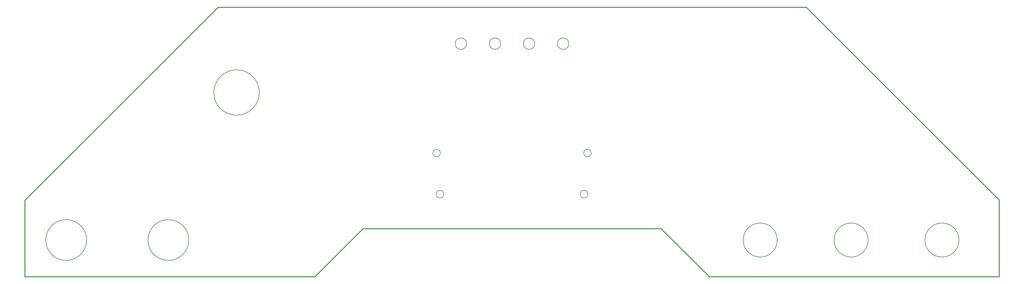
<source format=gm1>
G04*
G04 #@! TF.GenerationSoftware,Altium Limited,Altium Designer,18.0.11 (651)*
G04*
G04 Layer_Color=16711935*
%FSLAX42Y42*%
%MOMM*%
G71*
G01*
G75*
%ADD12C,0.25*%
%ADD14C,0.40*%
D12*
X42584Y10983D02*
G03*
X42584Y10983I-165J0D01*
G01*
X48924D02*
G03*
X48924Y10983I-165J0D01*
G01*
X49074Y12793D02*
G03*
X49074Y12793I-165J0D01*
G01*
X42434D02*
G03*
X42434Y12793I-165J0D01*
G01*
X43589Y17613D02*
G03*
X43589Y17613I-250J0D01*
G01*
X45089D02*
G03*
X45089Y17613I-250J0D01*
G01*
X46589D02*
G03*
X46589Y17613I-250J0D01*
G01*
X48089D02*
G03*
X48089Y17613I-250J0D01*
G01*
X65265Y8960D02*
G03*
X65265Y8960I-750J0D01*
G01*
X61265D02*
G03*
X61265Y8960I-750J0D01*
G01*
X57265D02*
G03*
X57265Y8960I-750J0D01*
G01*
X34462Y15460D02*
G03*
X34462Y15460I-1000J0D01*
G01*
X26862Y8960D02*
G03*
X26862Y8960I-900J0D01*
G01*
X31362D02*
G03*
X31362Y8960I-900J0D01*
G01*
D14*
X24143Y7341D02*
X36907D01*
X24143D02*
Y10706D01*
X32655Y19219D01*
X58542D01*
X67035Y10726D01*
Y7341D02*
Y10726D01*
X54271Y7341D02*
X67035D01*
X52150Y9462D02*
X54271Y7341D01*
X39028Y9462D02*
X52150D01*
X36907Y7341D02*
X39028Y9462D01*
M02*

</source>
